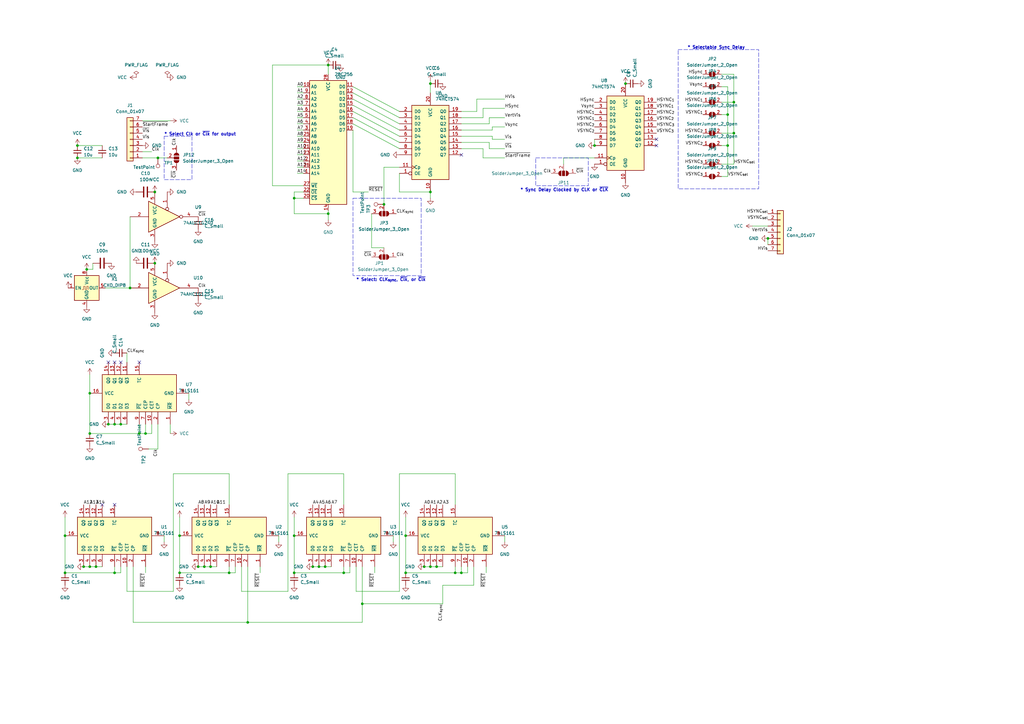
<source format=kicad_sch>
(kicad_sch (version 20230121) (generator eeschema)
  (paper "A3")
  (lib_symbols
    (symbol "74xGxx:74AHC1G125"
      (property "Reference" "U" (at -2.54 3.81 0))
      (property "Value" "74AHC1G125" (at 0 -3.81 0))
      (symbol "74AHC1G125_0_1"
        (polyline (pts (xy -7.62 6.35) (xy -7.62 -6.35) (xy 5.08 0) (xy -7.62 6.35)) (stroke (width 0.254)) (fill (type background)))
      )
      (symbol "74AHC1G125_1_1"
        (pin input inverted (at 0 10.16 270) (length 7.62) (name "~") (number "1"))
        (pin input line (at -15.24 0 0) (length 7.62) (name "~") (number "2"))
        (pin power_in line (at -5.08 -10.16 90) (length 5.08) (name "GND") (number "3"))
        (pin tri_state line (at 12.7 0 180) (length 7.62) (name "~") (number "4"))
        (pin power_in line (at -5.08 10.16 270) (length 5.08) (name "VCC") (number "5"))
      )
    )
    (symbol "74xGxx:74AUC1G240"
      (property "Reference" "U" (at -2.54 3.81 0))
      (property "Value" "74AUC1G240" (at 0 -3.81 0))
      (symbol "74AUC1G240_0_1"
        (polyline (pts (xy -7.62 6.35) (xy -7.62 -6.35) (xy 5.08 0) (xy -7.62 6.35)) (stroke (width 0.254)) (fill (type background)))
      )
      (symbol "74AUC1G240_1_1"
        (pin input inverted (at 0 10.16 270) (length 7.62) (name "~") (number "1"))
        (pin input line (at -15.24 0 0) (length 7.62) (name "~") (number "2"))
        (pin power_in line (at -5.08 -10.16 90) (length 5.08) (name "GND") (number "3"))
        (pin tri_state inverted (at 12.7 0 180) (length 7.62) (name "~") (number "4"))
        (pin power_in line (at -5.08 10.16 270) (length 5.08) (name "VCC") (number "5"))
      )
    )
    (symbol "74xx:74HCT574" (pin_names (offset 1.016))
      (property "Reference" "U" (at -7.62 16.51 0))
      (property "Value" "74HCT574" (at -7.62 -16.51 0))
      (symbol "74HCT574_1_0"
        (pin input inverted (at -12.7 -12.7 0) (length 5.08) (name "OE") (number "1"))
        (pin power_in line (at 0 -20.32 90) (length 5.08) (name "GND") (number "10"))
        (pin input clock (at -12.7 -10.16 0) (length 5.08) (name "Cp") (number "11"))
        (pin tri_state line (at 12.7 -5.08 180) (length 5.08) (name "Q7") (number "12"))
        (pin tri_state line (at 12.7 -2.54 180) (length 5.08) (name "Q6") (number "13"))
        (pin tri_state line (at 12.7 0 180) (length 5.08) (name "Q5") (number "14"))
        (pin tri_state line (at 12.7 2.54 180) (length 5.08) (name "Q4") (number "15"))
        (pin tri_state line (at 12.7 5.08 180) (length 5.08) (name "Q3") (number "16"))
        (pin tri_state line (at 12.7 7.62 180) (length 5.08) (name "Q2") (number "17"))
        (pin tri_state line (at 12.7 10.16 180) (length 5.08) (name "Q1") (number "18"))
        (pin tri_state line (at 12.7 12.7 180) (length 5.08) (name "Q0") (number "19"))
        (pin input line (at -12.7 12.7 0) (length 5.08) (name "D0") (number "2"))
        (pin power_in line (at 0 20.32 270) (length 5.08) (name "VCC") (number "20"))
        (pin input line (at -12.7 10.16 0) (length 5.08) (name "D1") (number "3"))
        (pin input line (at -12.7 7.62 0) (length 5.08) (name "D2") (number "4"))
        (pin input line (at -12.7 5.08 0) (length 5.08) (name "D3") (number "5"))
        (pin input line (at -12.7 2.54 0) (length 5.08) (name "D4") (number "6"))
        (pin input line (at -12.7 0 0) (length 5.08) (name "D5") (number "7"))
        (pin input line (at -12.7 -2.54 0) (length 5.08) (name "D6") (number "8"))
        (pin input line (at -12.7 -5.08 0) (length 5.08) (name "D7") (number "9"))
      )
      (symbol "74HCT574_1_1"
        (rectangle (start -7.62 15.24) (end 7.62 -15.24) (stroke (width 0.254)) (fill (type background)))
      )
    )
    (symbol "74xx:74LS161" (pin_names (offset 1.016))
      (property "Reference" "U" (at -7.62 16.51 0))
      (property "Value" "74LS161" (at -7.62 -16.51 0))
      (symbol "74LS161_1_0"
        (pin input line (at -12.7 -12.7 0) (length 5.08) (name "~{MR}") (number "1"))
        (pin input line (at -12.7 -5.08 0) (length 5.08) (name "CET") (number "10"))
        (pin output line (at 12.7 5.08 180) (length 5.08) (name "Q3") (number "11"))
        (pin output line (at 12.7 7.62 180) (length 5.08) (name "Q2") (number "12"))
        (pin output line (at 12.7 10.16 180) (length 5.08) (name "Q1") (number "13"))
        (pin output line (at 12.7 12.7 180) (length 5.08) (name "Q0") (number "14"))
        (pin output line (at 12.7 0 180) (length 5.08) (name "TC") (number "15"))
        (pin power_in line (at 0 20.32 270) (length 5.08) (name "VCC") (number "16"))
        (pin input line (at -12.7 -7.62 0) (length 5.08) (name "CP") (number "2"))
        (pin input line (at -12.7 12.7 0) (length 5.08) (name "D0") (number "3"))
        (pin input line (at -12.7 10.16 0) (length 5.08) (name "D1") (number "4"))
        (pin input line (at -12.7 7.62 0) (length 5.08) (name "D2") (number "5"))
        (pin input line (at -12.7 5.08 0) (length 5.08) (name "D3") (number "6"))
        (pin input line (at -12.7 -2.54 0) (length 5.08) (name "CEP") (number "7"))
        (pin power_in line (at 0 -20.32 90) (length 5.08) (name "GND") (number "8"))
        (pin input line (at -12.7 0 0) (length 5.08) (name "~{PE}") (number "9"))
      )
      (symbol "74LS161_1_1"
        (rectangle (start -7.62 15.24) (end 7.62 -15.24) (stroke (width 0.254)) (fill (type background)))
      )
    )
    (symbol "Connector:TestPoint" (pin_numbers hide) (pin_names (offset 0.762) hide)
      (property "Reference" "TP" (at 0 6.858 0))
      (property "Value" "TestPoint" (at 0 5.08 0))
      (symbol "TestPoint_0_1"
        (circle (center 0 3.302) (radius 0.762))
      )
      (symbol "TestPoint_1_1"
        (pin passive line (at 0 0 90) (length 2.54) (name "1") (number "1"))
      )
    )
    (symbol "Connector_Generic:Conn_01x07" (pin_names (offset 1.016) hide)
      (property "Reference" "J" (at 0 10.16 0))
      (property "Value" "Conn_01x07" (at 0 -10.16 0))
      (symbol "Conn_01x07_1_1"
        (rectangle (start -1.27 -7.493) (end 0 -7.747) (stroke (width 0.1524)))
        (rectangle (start -1.27 -4.953) (end 0 -5.207) (stroke (width 0.1524)))
        (rectangle (start -1.27 -2.413) (end 0 -2.667) (stroke (width 0.1524)))
        (rectangle (start -1.27 0.127) (end 0 -0.127) (stroke (width 0.1524)))
        (rectangle (start -1.27 2.667) (end 0 2.413) (stroke (width 0.1524)))
        (rectangle (start -1.27 5.207) (end 0 4.953) (stroke (width 0.1524)))
        (rectangle (start -1.27 7.747) (end 0 7.493) (stroke (width 0.1524)))
        (rectangle (start -1.27 8.89) (end 1.27 -8.89) (stroke (width 0.254)) (fill (type background)))
        (pin passive line (at -5.08 7.62 0) (length 3.81) (name "Pin_1") (number "1"))
        (pin passive line (at -5.08 5.08 0) (length 3.81) (name "Pin_2") (number "2"))
        (pin passive line (at -5.08 2.54 0) (length 3.81) (name "Pin_3") (number "3"))
        (pin passive line (at -5.08 0 0) (length 3.81) (name "Pin_4") (number "4"))
        (pin passive line (at -5.08 -2.54 0) (length 3.81) (name "Pin_5") (number "5"))
        (pin passive line (at -5.08 -5.08 0) (length 3.81) (name "Pin_6") (number "6"))
        (pin passive line (at -5.08 -7.62 0) (length 3.81) (name "Pin_7") (number "7"))
      )
    )
    (symbol "Device:C" (pin_numbers hide) (pin_names (offset 0.254))
      (property "Reference" "C" (at 0.635 2.54 0))
      (property "Value" "C" (at 0.635 -2.54 0))
      (symbol "C_0_1"
        (polyline (pts (xy -2.032 -0.762) (xy 2.032 -0.762)) (stroke (width 0.508)))
        (polyline (pts (xy -2.032 0.762) (xy 2.032 0.762)) (stroke (width 0.508)))
      )
      (symbol "C_1_1"
        (pin passive line (at 0 3.81 270) (length 2.794) (name "~") (number "1"))
        (pin passive line (at 0 -3.81 90) (length 2.794) (name "~") (number "2"))
      )
    )
    (symbol "Device:C_Small" (pin_numbers hide) (pin_names (offset 0.254) hide)
      (property "Reference" "C" (at 0.254 1.778 0))
      (property "Value" "C_Small" (at 0.254 -2.032 0))
      (symbol "C_Small_0_1"
        (polyline (pts (xy -1.524 -0.508) (xy 1.524 -0.508)) (stroke (width 0.3302)))
        (polyline (pts (xy -1.524 0.508) (xy 1.524 0.508)) (stroke (width 0.3048)))
      )
      (symbol "C_Small_1_1"
        (pin passive line (at 0 2.54 270) (length 2.032) (name "~") (number "1"))
        (pin passive line (at 0 -2.54 90) (length 2.032) (name "~") (number "2"))
      )
    )
    (symbol "Jumper:SolderJumper_2_Open" (pin_names (offset 0) hide)
      (property "Reference" "JP" (at 0 2.032 0))
      (property "Value" "SolderJumper_2_Open" (at 0 -2.54 0))
      (symbol "SolderJumper_2_Open_0_1"
        (arc (start -0.254 1.016) (mid -1.2656 0) (end -0.254 -1.016))
        (arc (start -0.254 1.016) (mid -1.2656 0) (end -0.254 -1.016) (fill (type outline)))
        (polyline (pts (xy -0.254 1.016) (xy -0.254 -1.016)))
        (polyline (pts (xy 0.254 1.016) (xy 0.254 -1.016)))
        (arc (start 0.254 -1.016) (mid 1.2656 0) (end 0.254 1.016))
        (arc (start 0.254 -1.016) (mid 1.2656 0) (end 0.254 1.016) (fill (type outline)))
      )
      (symbol "SolderJumper_2_Open_1_1"
        (pin passive line (at -3.81 0 0) (length 2.54) (name "A") (number "1"))
        (pin passive line (at 3.81 0 180) (length 2.54) (name "B") (number "2"))
      )
    )
    (symbol "Jumper:SolderJumper_3_Open" (pin_names (offset 0) hide)
      (property "Reference" "JP" (at -2.54 -2.54 0))
      (property "Value" "SolderJumper_3_Open" (at 0 2.794 0))
      (symbol "SolderJumper_3_Open_0_1"
        (arc (start -1.016 1.016) (mid -2.0276 0) (end -1.016 -1.016))
        (arc (start -1.016 1.016) (mid -2.0276 0) (end -1.016 -1.016) (fill (type outline)))
        (rectangle (start -0.508 1.016) (end 0.508 -1.016) (fill (type outline)))
        (polyline (pts (xy -2.54 0) (xy -2.032 0)))
        (polyline (pts (xy -1.016 1.016) (xy -1.016 -1.016)))
        (polyline (pts (xy 0 -1.27) (xy 0 -1.016)))
        (polyline (pts (xy 1.016 1.016) (xy 1.016 -1.016)))
        (polyline (pts (xy 2.54 0) (xy 2.032 0)))
        (arc (start 1.016 -1.016) (mid 2.0276 0) (end 1.016 1.016))
        (arc (start 1.016 -1.016) (mid 2.0276 0) (end 1.016 1.016) (fill (type outline)))
      )
      (symbol "SolderJumper_3_Open_1_1"
        (pin passive line (at -5.08 0 0) (length 2.54) (name "A") (number "1"))
        (pin passive line (at 0 -3.81 90) (length 2.54) (name "C") (number "2"))
        (pin passive line (at 5.08 0 180) (length 2.54) (name "B") (number "3"))
      )
    )
    (symbol "Memory_EEPROM:28C256"
      (property "Reference" "U" (at -7.62 26.67 0))
      (property "Value" "28C256" (at 2.54 -26.67 0))
      (symbol "28C256_1_1"
        (rectangle (start -7.62 25.4) (end 7.62 -25.4) (stroke (width 0.254)) (fill (type background)))
        (pin input line (at -10.16 -12.7 0) (length 2.54) (name "A14") (number "1"))
        (pin input line (at -10.16 22.86 0) (length 2.54) (name "A0") (number "10"))
        (pin tri_state line (at 10.16 22.86 180) (length 2.54) (name "D0") (number "11"))
        (pin tri_state line (at 10.16 20.32 180) (length 2.54) (name "D1") (number "12"))
        (pin tri_state line (at 10.16 17.78 180) (length 2.54) (name "D2") (number "13"))
        (pin power_in line (at 0 -27.94 90) (length 2.54) (name "GND") (number "14"))
        (pin tri_state line (at 10.16 15.24 180) (length 2.54) (name "D3") (number "15"))
        (pin tri_state line (at 10.16 12.7 180) (length 2.54) (name "D4") (number "16"))
        (pin tri_state line (at 10.16 10.16 180) (length 2.54) (name "D5") (number "17"))
        (pin tri_state line (at 10.16 7.62 180) (length 2.54) (name "D6") (number "18"))
        (pin tri_state line (at 10.16 5.08 180) (length 2.54) (name "D7") (number "19"))
        (pin input line (at -10.16 -7.62 0) (length 2.54) (name "A12") (number "2"))
        (pin input line (at -10.16 -22.86 0) (length 2.54) (name "~{CS}") (number "20"))
        (pin input line (at -10.16 -2.54 0) (length 2.54) (name "A10") (number "21"))
        (pin input line (at -10.16 -20.32 0) (length 2.54) (name "~{OE}") (number "22"))
        (pin input line (at -10.16 -5.08 0) (length 2.54) (name "A11") (number "23"))
        (pin input line (at -10.16 0 0) (length 2.54) (name "A9") (number "24"))
        (pin input line (at -10.16 2.54 0) (length 2.54) (name "A8") (number "25"))
        (pin input line (at -10.16 -10.16 0) (length 2.54) (name "A13") (number "26"))
        (pin input line (at -10.16 -17.78 0) (length 2.54) (name "~{WE}") (number "27"))
        (pin power_in line (at 0 27.94 270) (length 2.54) (name "VCC") (number "28"))
        (pin input line (at -10.16 5.08 0) (length 2.54) (name "A7") (number "3"))
        (pin input line (at -10.16 7.62 0) (length 2.54) (name "A6") (number "4"))
        (pin input line (at -10.16 10.16 0) (length 2.54) (name "A5") (number "5"))
        (pin input line (at -10.16 12.7 0) (length 2.54) (name "A4") (number "6"))
        (pin input line (at -10.16 15.24 0) (length 2.54) (name "A3") (number "7"))
        (pin input line (at -10.16 17.78 0) (length 2.54) (name "A2") (number "8"))
        (pin input line (at -10.16 20.32 0) (length 2.54) (name "A1") (number "9"))
      )
    )
    (symbol "Oscillator:CXO_DIP8" (pin_names (offset 0.254))
      (property "Reference" "X" (at -5.08 6.35 0))
      (property "Value" "CXO_DIP8" (at 1.27 -6.35 0))
      (symbol "CXO_DIP8_0_1"
        (rectangle (start -5.08 5.08) (end 5.08 -5.08) (stroke (width 0.254)) (fill (type background)))
        (polyline (pts (xy -1.905 -0.635) (xy -1.27 -0.635) (xy -1.27 0.635) (xy -0.635 0.635) (xy -0.635 -0.635) (xy 0 -0.635) (xy 0 0.635) (xy 0.635 0.635) (xy 0.635 -0.635)))
      )
      (symbol "CXO_DIP8_1_1"
        (pin input line (at -7.62 0 0) (length 2.54) (name "EN") (number "1"))
        (pin power_in line (at 0 -7.62 90) (length 2.54) (name "GND") (number "4"))
        (pin output line (at 7.62 0 180) (length 2.54) (name "OUT") (number "5"))
        (pin power_in line (at 0 7.62 270) (length 2.54) (name "Vcc") (number "8"))
      )
    )
    (symbol "power:GND" (power) (pin_names (offset 0))
      (property "Value" "GND" (at 0 -3.81 0))
      (symbol "GND_0_1"
        (polyline (pts (xy 0 0) (xy 0 -1.27) (xy 1.27 -1.27) (xy 0 -2.54) (xy -1.27 -1.27) (xy 0 -1.27)))
      )
      (symbol "GND_1_1"
        (pin power_in line (at 0 0 270) (length 0) hide (name "GND") (number "1"))
      )
    )
    (symbol "power:PWR_FLAG" (power) (pin_numbers hide) (pin_names (offset 0) hide)
      (property "Value" "PWR_FLAG" (at 0 3.81 0))
      (symbol "PWR_FLAG_0_0"
        (pin power_out line (at 0 0 90) (length 0) (name "pwr") (number "1"))
      )
      (symbol "PWR_FLAG_0_1"
        (polyline (pts (xy 0 0) (xy 0 1.27) (xy -1.016 1.905) (xy 0 2.54) (xy 1.016 1.905) (xy 0 1.27)))
      )
    )
    (symbol "power:VCC" (power) (pin_names (offset 0))
      (property "Value" "VCC" (at 0 3.81 0))
      (symbol "VCC_0_1"
        (polyline (pts (xy -0.762 1.27) (xy 0 2.54)))
        (polyline (pts (xy 0 0) (xy 0 2.54)))
        (polyline (pts (xy 0 2.54) (xy 0.762 1.27)))
      )
      (symbol "VCC_1_1"
        (pin power_in line (at 0 0 90) (length 0) hide (name "VCC") (number "1"))
      )
    )
  )
  (junction (at 134.62 26.67))
  (junction (at 26.67 234.95))
  (junction (at 314.96 97.79))
  (junction (at 36.83 232.41))
  (junction (at 128.27 232.41))
  (junction (at 140.97 234.95))
  (junction (at 189.23 234.95))
  (junction (at 34.29 232.41))
  (junction (at 31.75 64.77))
  (junction (at 120.65 81.28))
  (junction (at 83.82 232.41))
  (junction (at 53.34 118.11))
  (junction (at 49.53 173.99))
  (junction (at 35.56 110.49))
  (junction (at 73.66 234.95))
  (junction (at 179.07 232.41))
  (junction (at 166.37 219.71))
  (junction (at 300.99 41.91))
  (junction (at 300.99 54.61))
  (junction (at 186.69 234.95))
  (junction (at 176.53 34.29))
  (junction (at 120.65 234.95))
  (junction (at 256.54 34.29))
  (junction (at 86.36 232.41))
  (junction (at 59.69 177.8))
  (junction (at 133.35 232.41))
  (junction (at 46.99 234.95))
  (junction (at 148.59 247.65))
  (junction (at 63.5 107.95))
  (junction (at 101.6 255.27))
  (junction (at 73.66 219.71))
  (junction (at 298.45 46.99))
  (junction (at 120.65 219.71))
  (junction (at 26.67 219.71))
  (junction (at 64.77 64.77))
  (junction (at 93.98 234.95))
  (junction (at 39.37 232.41))
  (junction (at 243.84 59.69))
  (junction (at 130.81 232.41))
  (junction (at 173.99 232.41))
  (junction (at 31.75 59.69))
  (junction (at 298.45 59.69))
  (junction (at 176.53 232.41))
  (junction (at 46.99 173.99))
  (junction (at 176.53 78.74))
  (junction (at 44.45 173.99))
  (junction (at 36.83 161.29))
  (junction (at 36.83 177.8))
  (junction (at 63.5 78.74))
  (junction (at 81.28 232.41))
  (junction (at 134.62 87.63))
  (junction (at 157.48 83.82))
  (junction (at 57.15 177.8))
  (junction (at 166.37 234.95))
  (no_connect (at 49.53 148.59))
  (no_connect (at 46.99 207.01))
  (no_connect (at 44.45 148.59))
  (no_connect (at 269.24 57.15))
  (no_connect (at 57.15 148.59))
  (no_connect (at 41.91 207.01))
  (no_connect (at 269.24 59.69))
  (no_connect (at 46.99 148.59))
  (no_connect (at 189.23 63.5))
  (wire (pts (xy 163.83 194.31) (xy 163.83 242.57)))
  (wire (pts (xy 86.36 232.41) (xy 88.9 232.41)))
  (wire (pts (xy 191.77 232.41) (xy 191.77 234.95)))
  (wire (pts (xy 77.47 161.29) (xy 77.47 163.83)))
  (wire (pts (xy 300.99 30.48) (xy 295.91 30.48)))
  (wire (pts (xy 173.99 232.41) (xy 176.53 232.41)))
  (wire (pts (xy 120.65 81.28) (xy 120.65 87.63)))
  (wire (pts (xy 189.23 55.88) (xy 201.93 55.88)))
  (wire (pts (xy 53.34 88.9) (xy 53.34 118.11)))
  (wire (pts (xy 46.99 234.95) (xy 49.53 234.95)))
  (wire (pts (xy 201.93 55.88) (xy 201.93 57.15)))
  (wire (pts (xy 181.61 247.65) (xy 181.61 240.03)))
  (wire (pts (xy 121.92 60.96) (xy 124.46 60.96)))
  (wire (pts (xy 73.66 234.95) (xy 93.98 234.95)))
  (wire (pts (xy 143.51 234.95) (xy 143.51 232.41)))
  (wire (pts (xy 133.35 232.41) (xy 135.89 232.41)))
  (wire (pts (xy 101.6 232.41) (xy 101.6 255.27)))
  (wire (pts (xy 31.75 59.69) (xy 41.91 59.69)))
  (wire (pts (xy 298.45 46.99) (xy 298.45 35.56)))
  (wire (pts (xy 49.53 173.99) (xy 52.07 173.99)))
  (wire (pts (xy 121.92 53.34) (xy 124.46 53.34)))
  (wire (pts (xy 59.69 173.99) (xy 59.69 177.8)))
  (wire (pts (xy 140.97 232.41) (xy 140.97 234.95)))
  (wire (pts (xy 201.93 57.15) (xy 207.01 57.15)))
  (wire (pts (xy 161.29 219.71) (xy 161.29 222.25)))
  (wire (pts (xy 121.92 38.1) (xy 124.46 38.1)))
  (wire (pts (xy 148.59 247.65) (xy 181.61 247.65)))
  (wire (pts (xy 146.05 242.57) (xy 146.05 232.41)))
  (wire (pts (xy 186.69 234.95) (xy 189.23 234.95)))
  (wire (pts (xy 121.92 58.42) (xy 124.46 58.42)))
  (wire (pts (xy 198.12 64.77) (xy 207.01 64.77)))
  (wire (pts (xy 26.67 219.71) (xy 26.67 234.95)))
  (wire (pts (xy 298.45 59.69) (xy 298.45 46.99)))
  (wire (pts (xy 189.23 53.34) (xy 201.93 53.34)))
  (wire (pts (xy 153.67 232.41) (xy 153.67 234.95)))
  (wire (pts (xy 26.67 234.95) (xy 46.99 234.95)))
  (wire (pts (xy 176.53 232.41) (xy 179.07 232.41)))
  (wire (pts (xy 148.59 247.65) (xy 148.59 255.27)))
  (wire (pts (xy 298.45 72.39) (xy 298.45 59.69)))
  (wire (pts (xy 36.83 232.41) (xy 39.37 232.41)))
  (wire (pts (xy 243.84 57.15) (xy 243.84 59.69)))
  (wire (pts (xy 157.48 101.6) (xy 152.4 101.6)))
  (wire (pts (xy 121.92 35.56) (xy 124.46 35.56)))
  (wire (pts (xy 36.83 161.29) (xy 36.83 177.8)))
  (wire (pts (xy 199.39 232.41) (xy 199.39 234.95)))
  (wire (pts (xy 124.46 76.2) (xy 111.76 76.2)))
  (wire (pts (xy 198.12 60.96) (xy 198.12 64.77)))
  (wire (pts (xy 186.69 232.41) (xy 186.69 234.95)))
  (wire (pts (xy 93.98 194.31) (xy 71.12 194.31)))
  (wire (pts (xy 176.53 78.74) (xy 176.53 81.28)))
  (wire (pts (xy 181.61 240.03) (xy 194.31 240.03)))
  (wire (pts (xy 314.96 97.79) (xy 314.96 100.33)))
  (wire (pts (xy 295.91 41.91) (xy 300.99 41.91)))
  (wire (pts (xy 144.78 35.56) (xy 163.83 45.72)))
  (wire (pts (xy 298.45 35.56) (xy 295.91 35.56)))
  (wire (pts (xy 118.11 242.57) (xy 99.06 242.57)))
  (wire (pts (xy 295.91 46.99) (xy 298.45 46.99)))
  (wire (pts (xy 59.69 232.41) (xy 59.69 234.95)))
  (wire (pts (xy 300.99 41.91) (xy 300.99 30.48)))
  (wire (pts (xy 111.76 76.2) (xy 111.76 26.67)))
  (wire (pts (xy 58.42 64.77) (xy 64.77 64.77)))
  (wire (pts (xy 189.23 234.95) (xy 189.23 232.41)))
  (wire (pts (xy 295.91 72.39) (xy 298.45 72.39)))
  (wire (pts (xy 166.37 219.71) (xy 166.37 234.95)))
  (wire (pts (xy 52.07 144.78) (xy 52.07 148.59)))
  (wire (pts (xy 144.78 53.34) (xy 144.78 78.74)))
  (wire (pts (xy 120.65 219.71) (xy 120.65 234.95)))
  (wire (pts (xy 93.98 234.95) (xy 96.52 234.95)))
  (wire (pts (xy 73.66 219.71) (xy 73.66 234.95)))
  (wire (pts (xy 300.99 54.61) (xy 300.99 41.91)))
  (wire (pts (xy 189.23 45.72) (xy 195.58 45.72)))
  (wire (pts (xy 118.11 194.31) (xy 118.11 242.57)))
  (wire (pts (xy 201.93 52.07) (xy 207.01 52.07)))
  (wire (pts (xy 121.92 66.04) (xy 124.46 66.04)))
  (wire (pts (xy 64.77 64.77) (xy 68.58 64.77)))
  (wire (pts (xy 36.83 153.67) (xy 36.83 161.29)))
  (wire (pts (xy 96.52 234.95) (xy 96.52 232.41)))
  (wire (pts (xy 166.37 212.09) (xy 166.37 219.71)))
  (wire (pts (xy 73.66 212.09) (xy 73.66 219.71)))
  (wire (pts (xy 38.1 110.49) (xy 35.56 110.49)))
  (wire (pts (xy 207.01 219.71) (xy 207.01 222.25)))
  (wire (pts (xy 194.31 240.03) (xy 194.31 232.41)))
  (wire (pts (xy 38.1 107.95) (xy 38.1 110.49)))
  (wire (pts (xy 67.31 219.71) (xy 67.31 222.25)))
  (wire (pts (xy 308.61 92.71) (xy 314.96 92.71)))
  (wire (pts (xy 134.62 86.36) (xy 134.62 87.63)))
  (wire (pts (xy 198.12 44.45) (xy 207.01 44.45)))
  (wire (pts (xy 43.18 118.11) (xy 53.34 118.11)))
  (wire (pts (xy 166.37 234.95) (xy 186.69 234.95)))
  (wire (pts (xy 93.98 232.41) (xy 93.98 234.95)))
  (wire (pts (xy 295.91 67.31) (xy 300.99 67.31)))
  (wire (pts (xy 121.92 43.18) (xy 124.46 43.18)))
  (wire (pts (xy 200.66 60.96) (xy 207.01 60.96)))
  (wire (pts (xy 144.78 43.18) (xy 163.83 53.34)))
  (wire (pts (xy 295.91 54.61) (xy 300.99 54.61)))
  (wire (pts (xy 71.12 194.31) (xy 71.12 242.57)))
  (wire (pts (xy 189.23 48.26) (xy 198.12 48.26)))
  (wire (pts (xy 111.76 26.67) (xy 134.62 26.67)))
  (wire (pts (xy 144.78 40.64) (xy 163.83 50.8)))
  (wire (pts (xy 31.75 64.77) (xy 41.91 64.77)))
  (wire (pts (xy 121.92 55.88) (xy 124.46 55.88)))
  (wire (pts (xy 200.66 50.8) (xy 200.66 48.26)))
  (wire (pts (xy 134.62 87.63) (xy 134.62 90.17)))
  (wire (pts (xy 179.07 232.41) (xy 181.61 232.41)))
  (wire (pts (xy 148.59 255.27) (xy 101.6 255.27)))
  (wire (pts (xy 144.78 78.74) (xy 151.13 78.74)))
  (wire (pts (xy 152.4 101.6) (xy 152.4 87.63)))
  (wire (pts (xy 195.58 40.64) (xy 207.01 40.64)))
  (wire (pts (xy 134.62 26.67) (xy 134.62 30.48)))
  (wire (pts (xy 144.78 48.26) (xy 163.83 58.42)))
  (wire (pts (xy 128.27 232.41) (xy 130.81 232.41)))
  (wire (pts (xy 120.65 81.28) (xy 124.46 81.28)))
  (wire (pts (xy 54.61 255.27) (xy 54.61 232.41)))
  (wire (pts (xy 121.92 40.64) (xy 124.46 40.64)))
  (wire (pts (xy 189.23 50.8) (xy 200.66 50.8)))
  (wire (pts (xy 59.69 177.8) (xy 62.23 177.8)))
  (wire (pts (xy 163.83 71.12) (xy 163.83 78.74)))
  (wire (pts (xy 231.14 67.31) (xy 231.14 64.77)))
  (wire (pts (xy 189.23 60.96) (xy 198.12 60.96)))
  (wire (pts (xy 140.97 194.31) (xy 118.11 194.31)))
  (wire (pts (xy 195.58 45.72) (xy 195.58 40.64)))
  (wire (pts (xy 64.77 184.15) (xy 64.77 173.99)))
  (wire (pts (xy 121.92 50.8) (xy 124.46 50.8)))
  (wire (pts (xy 200.66 48.26) (xy 207.01 48.26)))
  (wire (pts (xy 34.29 232.41) (xy 36.83 232.41)))
  (wire (pts (xy 93.98 207.01) (xy 93.98 194.31)))
  (wire (pts (xy 58.42 62.23) (xy 62.23 62.23)))
  (wire (pts (xy 49.53 234.95) (xy 49.53 232.41)))
  (wire (pts (xy 120.65 212.09) (xy 120.65 219.71)))
  (wire (pts (xy 295.91 59.69) (xy 298.45 59.69)))
  (wire (pts (xy 52.07 242.57) (xy 52.07 232.41)))
  (wire (pts (xy 121.92 71.12) (xy 124.46 71.12)))
  (wire (pts (xy 148.59 232.41) (xy 148.59 247.65)))
  (wire (pts (xy 176.53 77.47) (xy 176.53 78.74)))
  (wire (pts (xy 144.78 50.8) (xy 163.83 60.96)))
  (wire (pts (xy 186.69 207.01) (xy 186.69 194.31)))
  (wire (pts (xy 83.82 232.41) (xy 86.36 232.41)))
  (wire (pts (xy 46.99 232.41) (xy 46.99 234.95)))
  (wire (pts (xy 176.53 34.29) (xy 176.53 38.1)))
  (wire (pts (xy 300.99 67.31) (xy 300.99 54.61)))
  (wire (pts (xy 157.48 68.58) (xy 157.48 83.82)))
  (wire (pts (xy 201.93 53.34) (xy 201.93 52.07)))
  (wire (pts (xy 189.23 234.95) (xy 191.77 234.95)))
  (wire (pts (xy 144.78 45.72) (xy 163.83 55.88)))
  (wire (pts (xy 231.14 64.77) (xy 243.84 64.77)))
  (wire (pts (xy 120.65 234.95) (xy 140.97 234.95)))
  (wire (pts (xy 81.28 232.41) (xy 83.82 232.41)))
  (wire (pts (xy 106.68 232.41) (xy 106.68 234.95)))
  (wire (pts (xy 157.48 68.58) (xy 163.83 68.58)))
  (wire (pts (xy 163.83 78.74) (xy 176.53 78.74)))
  (wire (pts (xy 69.85 177.8) (xy 69.85 173.99)))
  (wire (pts (xy 140.97 234.95) (xy 143.51 234.95)))
  (wire (pts (xy 44.45 173.99) (xy 46.99 173.99)))
  (wire (pts (xy 62.23 173.99) (xy 62.23 177.8)))
  (wire (pts (xy 60.96 184.15) (xy 64.77 184.15)))
  (wire (pts (xy 163.83 242.57) (xy 146.05 242.57)))
  (wire (pts (xy 186.69 194.31) (xy 163.83 194.31)))
  (wire (pts (xy 58.42 49.53) (xy 69.85 49.53)))
  (wire (pts (xy 144.78 38.1) (xy 163.83 48.26)))
  (wire (pts (xy 176.53 33.02) (xy 176.53 34.29)))
  (wire (pts (xy 120.65 78.74) (xy 120.65 81.28)))
  (wire (pts (xy 71.12 242.57) (xy 52.07 242.57)))
  (wire (pts (xy 114.3 219.71) (xy 114.3 222.25)))
  (wire (pts (xy 121.92 45.72) (xy 124.46 45.72)))
  (wire (pts (xy 121.92 63.5) (xy 124.46 63.5)))
  (wire (pts (xy 26.67 212.09) (xy 26.67 219.71)))
  (wire (pts (xy 121.92 68.58) (xy 124.46 68.58)))
  (wire (pts (xy 124.46 78.74) (xy 120.65 78.74)))
  (wire (pts (xy 120.65 87.63) (xy 134.62 87.63)))
  (wire (pts (xy 198.12 48.26) (xy 198.12 44.45)))
  (wire (pts (xy 99.06 242.57) (xy 99.06 232.41)))
  (wire (pts (xy 57.15 173.99) (xy 57.15 177.8)))
  (wire (pts (xy 57.15 177.8) (xy 59.69 177.8)))
  (wire (pts (xy 36.83 177.8) (xy 57.15 177.8)))
  (wire (pts (xy 101.6 255.27) (xy 54.61 255.27)))
  (wire (pts (xy 200.66 58.42) (xy 200.66 60.96)))
  (wire (pts (xy 130.81 232.41) (xy 133.35 232.41)))
  (wire (pts (xy 46.99 173.99) (xy 49.53 173.99)))
  (wire (pts (xy 189.23 58.42) (xy 200.66 58.42)))
  (wire (pts (xy 39.37 232.41) (xy 41.91 232.41)))
  (wire (pts (xy 121.92 48.26) (xy 124.46 48.26)))
  (wire (pts (xy 140.97 207.01) (xy 140.97 194.31)))
  (rectangle (start 219.71 64.77) (end 241.3 76.2) (stroke (width 0) (type dash)))
  (rectangle (start 144.78 81.28) (end 172.72 113.03) (stroke (width 0) (type dash)))
  (rectangle (start 278.13 20.32) (end 311.15 77.47) (stroke (width 0) (type dash)))
  (rectangle (start 67.31 55.88) (end 78.74 73.66) (stroke (width 0) (type dash)))
  (text "* Sync Delay Clocked by CLK or ~{CLK}" (at 213.36 78.74 0) (effects (font (size 1.27 1.27) (thickness 0.254) bold) (justify left bottom)))
  (text "* Select Clk or ~{Clk} for output" (at 67.31 55.88 0) (effects (font (size 1.27 1.27) (thickness 0.254) bold) (justify left bottom)))
  (text "* Select: CLK_{sync}, ~{Clk}, or ~{Clk}" (at 146.05 115.57 0) (effects (font (size 1.27 1.27) (thickness 0.254) bold) (justify left bottom)))
  (text "* Selectable Sync Delay" (at 281.94 20.32 0) (effects (font (size 1.27 1.27) (thickness 0.254) bold) (justify left bottom)))
  (label "CLK_{sync}" (at 181.61 247.65 270))
  (label "HSYNC_{2}" (at 243.84 52.07 180))
  (label "A13" (at 121.92 68.58 0))
  (label "A9" (at 83.82 207.01 0))
  (label "A7" (at 135.89 207.01 0))
  (label "A5" (at 121.92 48.26 0))
  (label "VSYNC_{1}" (at 243.84 49.53 180))
  (label "HSync" (at 288.29 30.48 180))
  (label "A2" (at 179.07 207.01 0))
  (label "~{Vis}" (at 207.01 60.96 0))
  (label "HVis" (at 314.96 102.87 180))
  (label "VSYNC_{sel}" (at 298.45 72.39 0))
  (label "A5" (at 130.81 207.01 0))
  (label "VertVis" (at 207.01 48.26 0))
  (label "A10" (at 86.36 207.01 0))
  (label "HSYNC_{2}" (at 288.29 54.61 180))
  (label "~{RESET}" (at 153.67 234.95 270))
  (label "A4" (at 128.27 207.01 0))
  (label "~{RESET}" (at 199.39 234.95 270))
  (label "Vis" (at 207.01 57.15 0))
  (label "A8" (at 81.28 207.01 0))
  (label "Vsync" (at 207.01 52.07 0))
  (label "VSYNC_{sel}" (at 314.96 90.17 180))
  (label "HVis" (at 207.01 40.64 0))
  (label "A6" (at 121.92 50.8 0))
  (label "A3" (at 181.61 207.01 0))
  (label "~{Vis}" (at 58.42 54.61 0))
  (label "VertVis" (at 314.96 95.25 180))
  (label "Vsync" (at 288.29 35.56 180))
  (label "Clk" (at 81.28 118.11 0))
  (label "CLK_{sync}" (at 52.07 144.78 0))
  (label "CLK_{sync}" (at 162.56 87.63 0))
  (label "VSYNC_{3}" (at 288.29 72.39 180))
  (label "VSYNC_{3}" (at 269.24 54.61 0))
  (label "A6" (at 133.35 207.01 0))
  (label "~{RESET}" (at 59.69 234.95 270))
  (label "A4" (at 121.92 45.72 0))
  (label "A13" (at 36.83 207.01 0))
  (label "A11" (at 88.9 207.01 0))
  (label "~{StartFrame}" (at 207.01 64.77 0))
  (label "A7" (at 121.92 53.34 0))
  (label "~{StartFrame}" (at 58.42 52.07 0))
  (label "A2" (at 121.92 40.64 0))
  (label "HSync" (at 207.01 44.45 0))
  (label "HSYNC_{3}" (at 288.29 67.31 180))
  (label "A10" (at 121.92 60.96 0))
  (label "Clk" (at 62.23 62.23 0))
  (label "~{Clk}" (at 72.39 69.85 270))
  (label "A0" (at 173.99 207.01 0))
  (label "~{RESET}" (at 151.13 78.74 0))
  (label "HSYNC_{3}" (at 269.24 52.07 0))
  (label "A11" (at 121.92 63.5 0))
  (label "HSYNC_{2}" (at 269.24 46.99 0))
  (label "VSYNC_{2}" (at 269.24 49.53 0))
  (label "A12" (at 34.29 207.01 0))
  (label "HSYNC_{sel}" (at 300.99 67.31 0))
  (label "Vis" (at 58.42 57.15 0))
  (label "~{Clk}" (at 236.22 71.12 0))
  (label "~{RESET}" (at 106.68 234.95 270))
  (label "~{Clk}" (at 81.28 88.9 0))
  (label "HSYNC_{1}" (at 269.24 41.91 0))
  (label "A1" (at 176.53 207.01 0))
  (label "~{Clk}" (at 152.4 105.41 180))
  (label "Clk" (at 226.06 71.12 180))
  (label "A1" (at 121.92 38.1 0))
  (label "VSYNC_{1}" (at 269.24 44.45 0))
  (label "Vsync" (at 243.84 44.45 180))
  (label "Clk" (at 64.77 184.15 270))
  (label "A12" (at 121.92 66.04 0))
  (label "Clk" (at 72.39 59.69 90))
  (label "A9" (at 121.92 58.42 0))
  (label "VSYNC_{2}" (at 243.84 54.61 180))
  (label "VSYNC_{2}" (at 288.29 59.69 180))
  (label "A8" (at 121.92 55.88 0))
  (label "Clk" (at 162.56 105.41 0))
  (label "A0" (at 121.92 35.56 0))
  (label "HSYNC_{1}" (at 243.84 46.99 180))
  (label "HSync" (at 243.84 41.91 180))
  (label "A14" (at 39.37 207.01 0))
  (label "HSYNC_{sel}" (at 314.96 87.63 180))
  (label "VSYNC_{1}" (at 288.29 46.99 180))
  (label "A14" (at 121.92 71.12 0))
  (label "A3" (at 121.92 43.18 0))
  (label "HSYNC_{1}" (at 288.29 41.91 180))
  (symbol (lib_id "power:GND") (at 45.72 107.95 0) (unit 1)
    (property "Reference" "#PWR036" (effects hide))
    (property "Value" "GND" (at 45.72 113.03 0))
  )
  (symbol (lib_id "power:VCC") (at 176.53 33.02 0) (unit 1)
    (property "Reference" "#PWR020" (effects hide))
    (property "Value" "VCC" (at 176.53 27.94 0))
  )
  (symbol (lib_id "Connector:TestPoint") (at 60.96 184.15 90) (unit 1)
    (property "Reference" "TP2" (at 58.928 186.69 0) (effects (justify right)))
    (property "Value" "TestPoint" (at 57.15 173.99 0) (effects (justify right)))
    (property "Footprint" "TestPoint:TestPoint_THTPad_1.5x1.5mm_Drill0.7mm" (effects hide))
  )
  (symbol (lib_id "74xx:74LS161") (at 93.98 219.71 90) (unit 1)
    (property "Reference" "U2" (at 114.3 216.1286 90))
    (property "Value" "74LS161" (at 114.3 218.6686 90))
    (property "Footprint" "Package_SO:SOIC-16_3.9x9.9mm_P1.27mm" (effects hide))
    (property "Datasheet" "http://www.ti.com/lit/gpn/sn74LS161" (effects hide))
  )
  (symbol (lib_id "Device:C_Small") (at 73.66 237.49 0) (unit 1)
    (property "Reference" "C2" (at 76.2 236.2263 0) (effects (justify left)))
    (property "Value" "C_Small" (at 76.2 238.7663 0) (effects (justify left)))
    (property "Footprint" "Capacitor_SMD:C_0805_2012Metric_Pad1.18x1.45mm_HandSolder" (effects hide))
  )
  (symbol (lib_id "power:GND") (at 55.88 78.74 270) (unit 1)
    (property "Reference" "#PWR043" (effects hide))
    (property "Value" "GND" (at 52.07 78.74 90) (effects (justify right)))
  )
  (symbol (lib_id "power:GND") (at 161.29 222.25 0) (unit 1)
    (property "Reference" "#PWR015" (effects hide))
    (property "Value" "GND" (at 161.29 227.33 0))
  )
  (symbol (lib_id "Connector_Generic:Conn_01x07") (at 320.04 95.25 0) (unit 1)
    (property "Reference" "J2" (at 322.58 93.98 0) (effects (justify left)))
    (property "Value" "Conn_01x07" (at 322.58 96.52 0) (effects (justify left)))
    (property "Footprint" "Connector_PinHeader_2.54mm:PinHeader_1x07_P2.54mm_Vertical" (effects hide))
  )
  (symbol (lib_id "power:GND") (at 58.42 59.69 90) (unit 1)
    (property "Reference" "#PWR046" (effects hide))
    (property "Value" "GND" (at 62.23 59.69 90) (effects (justify right)))
  )
  (symbol (lib_id "power:GND") (at 46.99 144.78 270) (unit 1)
    (property "Reference" "#PWR053" (effects hide))
    (property "Value" "GND" (at 41.91 144.78 0))
  )
  (symbol (lib_id "Jumper:SolderJumper_2_Open") (at 292.1 72.39 0) (unit 1)
    (property "Reference" "JP10" (at 292.1 66.04 0))
    (property "Value" "SolderJumper_2_Open" (at 292.1 68.58 0))
    (property "Footprint" "Jumper:SolderJumper-2_P1.3mm_Open_RoundedPad1.0x1.5mm" (effects hide))
  )
  (symbol (lib_id "power:GND") (at 163.83 63.5 270) (unit 1)
    (property "Reference" "#PWR019" (effects hide))
    (property "Value" "GND" (at 160.02 63.5 90) (effects (justify right)))
  )
  (symbol (lib_id "power:VCC") (at 166.37 212.09 0) (unit 1)
    (property "Reference" "#PWR016" (effects hide))
    (property "Value" "VCC" (at 166.37 207.01 0))
  )
  (symbol (lib_id "power:GND") (at 139.7 26.67 0) (unit 1)
    (property "Reference" "#PWR014" (effects hide))
    (property "Value" "GND" (at 139.7 31.75 0))
  )
  (symbol (lib_id "power:GND") (at 31.75 64.77 0) (unit 1)
    (property "Reference" "#PWR051" (effects hide))
    (property "Value" "GND" (at 31.75 69.85 0))
  )
  (symbol (lib_id "power:VCC") (at 36.83 153.67 0) (unit 1)
    (property "Reference" "#PWR024" (effects hide))
    (property "Value" "VCC" (at 36.83 148.59 0))
  )
  (symbol (lib_id "power:GND") (at 243.84 67.31 0) (unit 1)
    (property "Reference" "#PWR028" (effects hide))
    (property "Value" "GND" (at 243.84 72.39 0))
  )
  (symbol (lib_id "Jumper:SolderJumper_2_Open") (at 292.1 41.91 0) (unit 1)
    (property "Reference" "JP5" (at 292.1 35.56 0))
    (property "Value" "SolderJumper_2_Open" (at 292.1 38.1 0))
    (property "Footprint" "Jumper:SolderJumper-2_P1.3mm_Open_RoundedPad1.0x1.5mm" (effects hide))
  )
  (symbol (lib_id "power:PWR_FLAG") (at 55.88 31.75 0) (unit 1)
    (property "Reference" "#FLG01" (effects hide))
    (property "Value" "PWR_FLAG" (at 55.88 26.67 0))
  )
  (symbol (lib_id "74xx:74LS161") (at 57.15 161.29 90) (unit 1)
    (property "Reference" "U7" (at 77.47 157.7086 90))
    (property "Value" "74LS161" (at 77.47 160.2486 90))
    (property "Footprint" "Package_SO:SOIC-16_3.9x9.9mm_P1.27mm" (effects hide))
    (property "Datasheet" "http://www.ti.com/lit/gpn/sn74LS161" (effects hide))
  )
  (symbol (lib_id "power:GND") (at 256.54 74.93 0) (unit 1)
    (property "Reference" "#PWR030" (effects hide))
    (property "Value" "GND" (at 256.54 80.01 0))
  )
  (symbol (lib_id "Device:C_Small") (at 26.67 237.49 0) (unit 1)
    (property "Reference" "C1" (at 29.21 236.2263 0) (effects (justify left)))
    (property "Value" "C_Small" (at 29.21 238.7663 0) (effects (justify left)))
    (property "Footprint" "Capacitor_SMD:C_0805_2012Metric_Pad1.18x1.45mm_HandSolder" (effects hide))
  )
  (symbol (lib_id "power:VCC") (at 27.94 118.11 0) (unit 1)
    (property "Reference" "#PWR033" (effects hide))
    (property "Value" "VCC" (at 27.94 113.03 0))
  )
  (symbol (lib_id "Device:C_Small") (at 36.83 180.34 0) (unit 1)
    (property "Reference" "C7" (at 39.37 179.0763 0) (effects (justify left)))
    (property "Value" "C_Small" (at 39.37 181.6163 0) (effects (justify left)))
    (property "Footprint" "Capacitor_SMD:C_0805_2012Metric_Pad1.18x1.45mm_HandSolder" (effects hide))
  )
  (symbol (lib_id "power:GND") (at 120.65 240.03 0) (unit 1)
    (property "Reference" "#PWR010" (effects hide))
    (property "Value" "GND" (at 120.65 245.11 0))
  )
  (symbol (lib_id "Device:C_Small") (at 137.16 26.67 90) (unit 1)
    (property "Reference" "C4" (at 137.1663 20.32 90))
    (property "Value" "C_Small" (at 137.1663 22.86 90))
    (property "Footprint" "Capacitor_SMD:C_0805_2012Metric_Pad1.18x1.45mm_HandSolder" (effects hide))
  )
  (symbol (lib_id "power:GND") (at 35.56 125.73 0) (unit 1)
    (property "Reference" "#PWR035" (effects hide))
    (property "Value" "GND" (at 35.56 130.81 0))
  )
  (symbol (lib_id "Device:C") (at 41.91 107.95 90) (unit 1)
    (property "Reference" "C9" (at 41.91 100.33 90))
    (property "Value" "100n" (at 41.91 102.87 90))
    (property "Footprint" "Capacitor_SMD:C_0805_2012Metric_Pad1.18x1.45mm_HandSolder" (effects hide))
  )
  (symbol (lib_id "Device:C_Small") (at 31.75 62.23 0) (unit 1)
    (property "Reference" "C12" (at 34.29 60.9663 0) (effects (justify left)))
    (property "Value" "10u" (at 34.29 63.5063 0) (effects (justify left)))
    (property "Footprint" "Capacitor_SMD:C_0805_2012Metric_Pad1.18x1.45mm_HandSolder" (effects hide))
  )
  (symbol (lib_id "power:GND") (at 181.61 34.29 0) (unit 1)
    (property "Reference" "#PWR022" (effects hide))
    (property "Value" "GND" (at 181.61 39.37 0))
  )
  (symbol (lib_id "power:GND") (at 44.45 173.99 270) (unit 1)
    (property "Reference" "#PWR026" (effects hide))
    (property "Value" "GND" (at 40.64 173.99 90) (effects (justify right)))
  )
  (symbol (lib_id "power:VCC") (at 73.66 212.09 0) (unit 1)
    (property "Reference" "#PWR05" (effects hide))
    (property "Value" "VCC" (at 73.66 207.01 0))
  )
  (symbol (lib_id "power:GND") (at 128.27 232.41 270) (unit 1)
    (property "Reference" "#PWR011" (effects hide))
    (property "Value" "GND" (at 124.46 232.41 90) (effects (justify right)))
  )
  (symbol (lib_id "power:VCC") (at 26.67 212.09 0) (unit 1)
    (property "Reference" "#PWR01" (effects hide))
    (property "Value" "VCC" (at 26.67 207.01 0))
  )
  (symbol (lib_id "power:GND") (at 261.62 34.29 90) (unit 1)
    (property "Reference" "#PWR031" (effects hide))
    (property "Value" "GND" (at 266.7 34.29 0))
  )
  (symbol (lib_id "power:GND") (at 63.5 128.27 0) (unit 1)
    (property "Reference" "#PWR037" (effects hide))
    (property "Value" "GND" (at 63.5 133.35 0))
  )
  (symbol (lib_id "Device:C_Small") (at 179.07 34.29 90) (unit 1)
    (property "Reference" "C6" (at 179.0763 27.94 90))
    (property "Value" "C_Small" (at 179.0763 30.48 90))
    (property "Footprint" "Capacitor_SMD:C_0805_2012Metric_Pad1.18x1.45mm_HandSolder" (effects hide))
  )
  (symbol (lib_id "power:GND") (at 26.67 240.03 0) (unit 1)
    (property "Reference" "#PWR02" (effects hide))
    (property "Value" "GND" (at 26.67 245.11 0))
  )
  (symbol (lib_id "power:GND") (at 173.99 232.41 270) (unit 1)
    (property "Reference" "#PWR018" (effects hide))
    (property "Value" "GND" (at 170.18 232.41 90) (effects (justify right)))
  )
  (symbol (lib_id "power:VCC") (at 63.5 78.74 0) (unit 1)
    (property "Reference" "#PWR039" (effects hide))
    (property "Value" "VCC" (at 63.5 73.66 0))
  )
  (symbol (lib_id "Device:C_Small") (at 41.91 62.23 0) (unit 1)
    (property "Reference" "C13" (at 44.45 60.9663 0) (effects (justify left)))
    (property "Value" "10u" (at 44.45 63.5063 0) (effects (justify left)))
    (property "Footprint" "Capacitor_SMD:C_0805_2012Metric_Pad1.18x1.45mm_HandSolder" (effects hide))
  )
  (symbol (lib_id "power:PWR_FLAG") (at 68.58 31.75 0) (unit 1)
    (property "Reference" "#FLG02" (effects hide))
    (property "Value" "PWR_FLAG" (at 68.58 26.67 0))
  )
  (symbol (lib_id "Connector:TestPoint") (at 157.48 83.82 90) (unit 1)
    (property "Reference" "TP3" (at 151.13 83.82 0) (effects (justify right)))
    (property "Value" "TestPoint" (at 148.59 78.74 0) (effects (justify right)))
    (property "Footprint" "TestPoint:TestPoint_THTPad_1.5x1.5mm_Drill0.7mm" (effects hide))
  )
  (symbol (lib_id "power:VCC") (at 308.61 92.71 90) (unit 1)
    (property "Reference" "#PWR047" (effects hide))
    (property "Value" "VCC" (at 304.8 92.71 90) (effects (justify left)))
  )
  (symbol (lib_id "Device:C_Small") (at 166.37 237.49 0) (unit 1)
    (property "Reference" "C5" (at 168.91 236.2263 0) (effects (justify left)))
    (property "Value" "C_Small" (at 168.91 238.7663 0) (effects (justify left)))
    (property "Footprint" "Capacitor_SMD:C_0805_2012Metric_Pad1.18x1.45mm_HandSolder" (effects hide))
  )
  (symbol (lib_id "power:GND") (at 134.62 90.17 0) (unit 1)
    (property "Reference" "#PWR013" (effects hide))
    (property "Value" "GND" (at 134.62 95.25 0))
  )
  (symbol (lib_id "power:GND") (at 67.31 222.25 0) (unit 1)
    (property "Reference" "#PWR04" (effects hide))
    (property "Value" "GND" (at 67.31 227.33 0))
  )
  (symbol (lib_id "power:VCC") (at 134.62 26.67 0) (unit 1)
    (property "Reference" "#PWR012" (effects hide))
    (property "Value" "VCC" (at 134.62 21.59 0))
  )
  (symbol (lib_id "power:GND") (at 55.88 107.95 180) (unit 1)
    (property "Reference" "#PWR044" (effects hide))
    (property "Value" "GND" (at 55.88 102.87 0))
  )
  (symbol (lib_id "Jumper:SolderJumper_3_Open") (at 157.48 87.63 180) (unit 1)
    (property "Reference" "JP3" (at 157.48 91.44 0))
    (property "Value" "SolderJumper_3_Open" (at 157.48 93.98 0))
    (property "Footprint" "Jumper:SolderJumper-3_P1.3mm_Open_RoundedPad1.0x1.5mm_NumberLabels" (effects hide))
  )
  (symbol (lib_id "power:VCC") (at 69.85 49.53 270) (unit 1)
    (property "Reference" "#PWR045" (effects hide))
    (property "Value" "VCC" (at 73.66 49.53 90) (effects (justify left)))
  )
  (symbol (lib_id "74xGxx:74AUC1G240") (at 68.58 88.9 0) (unit 1)
    (property "Reference" "U9" (at 81.28 84.9631 0))
    (property "Value" "74AUC1G240" (at 81.28 91.44 0))
    (property "Footprint" "Package_TO_SOT_SMD:SOT-353_SC-70-5_Handsoldering" (effects hide))
    (property "Datasheet" "http://www.ti.com/lit/sg/scyt129e/scyt129e.pdf" (effects hide))
  )
  (symbol (lib_id "power:VCC") (at 69.85 177.8 270) (unit 1)
    (property "Reference" "#PWR056" (effects hide))
    (property "Value" "VCC" (at 73.66 177.8 90) (effects (justify left)))
  )
  (symbol (lib_id "74xGxx:74AHC1G125") (at 68.58 118.11 0) (unit 1)
    (property "Reference" "U10" (at 81.28 113.9191 0))
    (property "Value" "74AHC1G125" (at 80.01 120.65 0))
    (property "Footprint" "Package_TO_SOT_SMD:SOT-353_SC-70-5_Handsoldering" (effects hide))
    (property "Datasheet" "http://www.ti.com/lit/sg/scyt129e/scyt129e.pdf" (effects hide))
  )
  (symbol (lib_id "Device:C_Small") (at 259.08 34.29 90) (unit 1)
    (property "Reference" "C8" (at 257.8163 31.75 0) (effects (justify left)))
    (property "Value" "C_Small" (at 260.3563 31.75 0) (effects (justify left)))
    (property "Footprint" "Capacitor_SMD:C_0805_2012Metric_Pad1.18x1.45mm_HandSolder" (effects hide))
  )
  (symbol (lib_id "power:GND") (at 73.66 240.03 0) (unit 1)
    (property "Reference" "#PWR06" (effects hide))
    (property "Value" "GND" (at 73.66 245.11 0))
  )
  (symbol (lib_id "power:GND") (at 81.28 93.98 0) (unit 1)
    (property "Reference" "#PWR055" (effects hide))
    (property "Value" "GND" (at 81.28 99.06 0))
  )
  (symbol (lib_id "74xx:74LS161") (at 46.99 219.71 90) (unit 1)
    (property "Reference" "U1" (at 67.31 216.1286 90))
    (property "Value" "74LS161" (at 67.31 218.6686 90))
    (property "Footprint" "Package_SO:SOIC-16_3.9x9.9mm_P1.27mm" (effects hide))
    (property "Datasheet" "http://www.ti.com/lit/gpn/sn74LS161" (effects hide))
  )
  (symbol (lib_id "Device:C") (at 59.69 107.95 90) (unit 1)
    (property "Reference" "C11" (at 59.69 100.33 90))
    (property "Value" "100n" (at 59.69 102.87 90))
    (property "Footprint" "Capacitor_SMD:C_0805_2012Metric_Pad1.18x1.45mm_HandSolder" (effects hide))
  )
  (symbol (lib_id "power:GND") (at 114.3 222.25 0) (unit 1)
    (property "Reference" "#PWR08" (effects hide))
    (property "Value" "GND" (at 114.3 227.33 0))
  )
  (symbol (lib_id "Jumper:SolderJumper_3_Open") (at 72.39 64.77 270) (unit 1)
    (property "Reference" "JP12" (at 74.93 63.5 90) (effects (justify left)))
    (property "Value" "SolderJumper_3_Open" (at 74.93 66.04 90) (effects (justify left)))
    (property "Footprint" "Jumper:SolderJumper-3_P1.3mm_Open_RoundedPad1.0x1.5mm_NumberLabels" (effects hide))
  )
  (symbol (lib_id "Device:C_Small") (at 49.53 144.78 270) (unit 1)
    (property "Reference" "C14" (at 49.53 138.43 0) (effects (justify left)))
    (property "Value" "C_Small" (at 46.99 137.16 0) (effects (justify left)))
    (property "Footprint" "Capacitor_SMD:C_0805_2012Metric_Pad1.18x1.45mm_HandSolder" (effects hide))
  )
  (symbol (lib_id "Memory_EEPROM:28C256") (at 134.62 58.42 0) (unit 1)
    (property "Reference" "U4" (at 138.43 27.94 0))
    (property "Value" "28C256" (at 140.97 30.48 0))
    (property "Footprint" "Package_DIP:DIP-28_W15.24mm_Socket" (effects hide))
    (property "Datasheet" "http://ww1.microchip.com/downloads/en/DeviceDoc/doc0006.pdf" (effects hide))
  )
  (symbol (lib_id "power:VCC") (at 256.54 34.29 0) (unit 1)
    (property "Reference" "#PWR029" (effects hide))
    (property "Value" "VCC" (at 256.54 29.21 0))
  )
  (symbol (lib_id "power:GND") (at 166.37 240.03 0) (unit 1)
    (property "Reference" "#PWR017" (effects hide))
    (property "Value" "GND" (at 166.37 245.11 0))
  )
  (symbol (lib_id "Jumper:SolderJumper_3_Open") (at 231.14 71.12 180) (unit 1)
    (property "Reference" "JP11" (at 231.14 74.93 0))
    (property "Value" "SolderJumper_3_Open" (at 212.09 71.12 0))
    (property "Footprint" "Jumper:SolderJumper-3_P1.3mm_Open_RoundedPad1.0x1.5mm_NumberLabels" (effects hide))
  )
  (symbol (lib_id "power:GND") (at 36.83 182.88 0) (unit 1)
    (property "Reference" "#PWR025" (effects hide))
    (property "Value" "GND" (at 36.83 187.96 0))
  )
  (symbol (lib_id "power:GND") (at 34.29 232.41 270) (unit 1)
    (property "Reference" "#PWR03" (effects hide))
    (property "Value" "GND" (at 30.48 232.41 90) (effects (justify right)))
  )
  (symbol (lib_id "Jumper:SolderJumper_2_Open") (at 292.1 67.31 0) (unit 1)
    (property "Reference" "JP9" (at 292.1 60.96 0))
    (property "Value" "SolderJumper_2_Open" (at 292.1 63.5 0))
    (property "Footprint" "Jumper:SolderJumper-2_P1.3mm_Open_RoundedPad1.0x1.5mm" (effects hide))
  )
  (symbol (lib_id "power:GND") (at 314.96 97.79 270) (unit 1)
    (property "Reference" "#PWR048" (effects hide))
    (property "Value" "GND" (at 311.15 97.79 90) (effects (justify right)))
  )
  (symbol (lib_id "74xx:74LS161") (at 186.69 219.71 90) (unit 1)
    (property "Reference" "U5" (at 207.01 216.1286 90))
    (property "Value" "74LS161" (at 207.01 218.6686 90))
    (property "Footprint" "Package_SO:SOIC-16_3.9x9.9mm_P1.27mm" (effects hide))
    (property "Datasheet" "http://www.ti.com/lit/gpn/sn74LS161" (effects hide))
  )
  (symbol (lib_id "power:GND") (at 63.5 99.06 0) (unit 1)
    (property "Reference" "#PWR038" (effects hide))
    (property "Value" "GND" (at 63.5 104.14 0))
  )
  (symbol (lib_id "power:VCC") (at 63.5 107.95 0) (unit 1)
    (property "Reference" "#PWR040" (effects hide))
    (property "Value" "VCC" (at 63.5 102.87 0))
  )
  (symbol (lib_id "power:GND") (at 68.58 78.74 90) (unit 1)
    (property "Reference" "#PWR042" (effects hide))
    (property "Value" "GND" (at 72.39 78.74 90) (effects (justify right)))
  )
  (symbol (lib_id "power:GND") (at 77.47 163.83 0) (unit 1)
    (property "Reference" "#PWR032" (effects hide))
    (property "Value" "GND" (at 77.47 168.91 0))
  )
  (symbol (lib_id "Device:C_Small") (at 81.28 91.44 0) (unit 1)
    (property "Reference" "C16" (at 83.82 90.1763 0) (effects (justify left)))
    (property "Value" "C_Small" (at 83.82 92.7163 0) (effects (justify left)))
    (property "Footprint" "Capacitor_SMD:C_0805_2012Metric_Pad1.18x1.45mm_HandSolder" (effects hide))
  )
  (symbol (lib_id "power:VCC") (at 55.88 31.75 90) (unit 1)
    (property "Reference" "#PWR050" (effects hide))
    (property "Value" "VCC" (at 52.07 31.75 90) (effects (justify left)))
  )
  (symbol (lib_id "Connector_Generic:Conn_01x07") (at 53.34 57.15 180) (unit 1)
    (property "Reference" "J1" (at 53.34 43.18 0))
    (property "Value" "Conn_01x07" (at 53.34 45.72 0))
    (property "Footprint" "Connector_PinHeader_2.54mm:PinHeader_1x07_P2.54mm_Vertical" (effects hide))
  )
  (symbol (lib_id "power:GND") (at 243.84 59.69 270) (unit 1)
    (property "Reference" "#PWR027" (effects hide))
    (property "Value" "GND" (at 240.03 59.69 90) (effects (justify right)))
  )
  (symbol (lib_id "74xx:74LS161") (at 140.97 219.71 90) (unit 1)
    (property "Reference" "U3" (at 161.29 216.1286 90))
    (property "Value" "74LS161" (at 161.29 218.6686 90))
    (property "Footprint" "Package_SO:SOIC-16_3.9x9.9mm_P1.27mm" (effects hide))
    (property "Datasheet" "http://www.ti.com/lit/gpn/sn74LS161" (effects hide))
  )
  (symbol (lib_id "power:GND") (at 81.28 123.19 0) (unit 1)
    (property "Reference" "#PWR054" (effects hide))
    (property "Value" "GND" (at 81.28 128.27 0))
  )
  (symbol (lib_id "Device:C_Small") (at 81.28 120.65 0) (unit 1)
    (property "Reference" "C15" (at 83.82 119.3863 0) (effects (justify left)))
    (property "Value" "C_Small" (at 83.82 121.9263 0) (effects (justify left)))
    (property "Footprint" "Capacitor_SMD:C_0805_2012Metric_Pad1.18x1.45mm_HandSolder" (effects hide))
  )
  (symbol (lib_id "Jumper:SolderJumper_3_Open") (at 157.48 105.41 180) (unit 1)
    (property "Reference" "JP1" (at 157.48 107.95 0) (effects (justify left)))
    (property "Value" "SolderJumper_3_Open" (at 167.64 110.49 0) (effects (justify left)))
    (property "Footprint" "Jumper:SolderJumper-3_P1.3mm_Open_RoundedPad1.0x1.5mm_NumberLabels" (effects hide))
  )
  (symbol (lib_id "Jumper:SolderJumper_2_Open") (at 292.1 54.61 0) (unit 1)
    (property "Reference" "JP7" (at 292.1 48.26 0))
    (property "Value" "SolderJumper_2_Open" (at 292.1 50.8 0))
    (property "Footprint" "Jumper:SolderJumper-2_P1.3mm_Open_RoundedPad1.0x1.5mm" (effects hide))
  )
  (symbol (lib_id "power:VCC") (at 120.65 212.09 0) (unit 1)
    (property "Reference" "#PWR09" (effects hide))
    (property "Value" "VCC" (at 120.65 207.01 0))
  )
  (symbol (lib_id "Device:C_Small") (at 120.65 237.49 0) (unit 1)
    (property "Reference" "C3" (at 123.19 236.2263 0) (effects (justify left)))
    (property "Value" "C_Small" (at 123.19 238.7663 0) (effects (justify left)))
    (property "Footprint" "Capacitor_SMD:C_0805_2012Metric_Pad1.18x1.45mm_HandSolder" (effects hide))
  )
  (symbol (lib_id "Jumper:SolderJumper_2_Open") (at 292.1 46.99 0) (unit 1)
    (property "Reference" "JP6" (at 292.1 40.64 0))
    (property "Value" "SolderJumper_2_Open" (at 292.1 43.18 0))
    (property "Footprint" "Jumper:SolderJumper-2_P1.3mm_Open_RoundedPad1.0x1.5mm" (effects hide))
  )
  (symbol (lib_id "Connector:TestPoint") (at 64.77 64.77 180) (unit 1)
    (property "Reference" "TP1" (at 67.31 66.802 0) (effects (justify right)))
    (property "Value" "TestPoint" (at 54.61 68.58 0) (effects (justify right)))
    (property "Footprint" "TestPoint:TestPoint_THTPad_1.5x1.5mm_Drill0.7mm" (effects hide))
  )
  (symbol (lib_id "power:VCC") (at 35.56 110.49 0) (unit 1)
    (property "Reference" "#PWR034" (effects hide))
    (property "Value" "VCC" (at 35.56 105.41 0))
  )
  (symbol (lib_id "74xx:74HCT574") (at 256.54 54.61 0) (unit 1)
    (property "Reference" "U8" (at 246.38 33.02 0) (effects (justify left)))
    (property "Value" "74HCT574" (at 242.57 35.56 0) (effects (justify left)))
    (property "Footprint" "Package_SO:SOIC-20W_7.5x12.8mm_P1.27mm" (effects hide))
    (property "Datasheet" "http://www.ti.com/lit/gpn/sn74HCT574" (effects hide))
  )
  (symbol (lib_id "power:GND") (at 68.58 31.75 90) (unit 1)
    (property "Reference" "#PWR049" (effects hide))
    (property "Value" "GND" (at 72.39 31.75 90) (effects (justify right)))
  )
  (symbol (lib_id "Jumper:SolderJumper_2_Open") (at 292.1 59.69 0) (unit 1)
    (property "Reference" "JP8" (at 292.1 53.34 0))
    (property "Value" "SolderJumper_2_Open" (at 292.1 55.88 0))
    (property "Footprint" "Jumper:SolderJumper-2_P1.3mm_Open_RoundedPad1.0x1.5mm" (effects hide))
  )
  (symbol (lib_id "power:GND") (at 68.58 107.95 90) (unit 1)
    (property "Reference" "#PWR041" (effects hide))
    (property "Value" "GND" (at 72.39 107.95 90) (effects (justify right)))
  )
  (symbol (lib_id "power:GND") (at 176.53 81.28 0) (unit 1)
    (property "Reference" "#PWR021" (effects hide))
    (property "Value" "GND" (at 176.53 86.36 0))
  )
  (symbol (lib_id "Jumper:SolderJumper_2_Open") (at 292.1 30.48 0) (unit 1)
    (property "Reference" "JP2" (at 292.1 24.13 0))
    (property "Value" "SolderJumper_2_Open" (at 292.1 26.67 0))
    (property "Footprint" "Jumper:SolderJumper-2_P1.3mm_Open_RoundedPad1.0x1.5mm" (effects hide))
  )
  (symbol (lib_id "power:GND") (at 207.01 222.25 0) (unit 1)
    (property "Reference" "#PWR023" (effects hide))
    (property "Value" "GND" (at 207.01 227.33 0))
  )
  (symbol (lib_id "power:VCC") (at 31.75 59.69 0) (unit 1)
    (property "Reference" "#PWR052" (effects hide))
    (property "Value" "VCC" (at 31.75 54.61 0))
  )
  (symbol (lib_id "Device:C") (at 59.69 78.74 90) (unit 1)
    (property "Reference" "C10" (at 59.69 71.12 90))
    (property "Value" "100n" (at 59.69 73.66 90))
    (property "Footprint" "Capacitor_SMD:C_0805_2012Metric_Pad1.18x1.45mm_HandSolder" (effects hide))
  )
  (symbol (lib_id "Oscillator:CXO_DIP8") (at 35.56 118.11 0) (unit 1)
    (property "Reference" "X1" (at 46.99 114.4621 0))
    (property "Value" "CXO_DIP8" (at 46.99 117.0021 0))
    (property "Footprint" "Package_DIP:DIP-8_W7.62mm_Socket" (effects hide))
    (property "Datasheet" "http://cdn-reichelt.de/documents/datenblatt/B400/OSZI.pdf" (effects hide))
  )
  (symbol (lib_id "74xx:74HCT574") (at 176.53 58.42 0) (unit 1)
    (property "Reference" "U6" (at 178.5494 38.1 0) (effects (justify left)))
    (property "Value" "74HCT574" (at 178.5494 40.64 0) (effects (justify left)))
    (property "Footprint" "Package_SO:SOIC-20W_7.5x12.8mm_P1.27mm" (effects hide))
    (property "Datasheet" "http://www.ti.com/lit/gpn/sn74HCT574" (effects hide))
  )
  (symbol (lib_id "Jumper:SolderJumper_2_Open") (at 292.1 35.56 0) (unit 1)
    (property "Reference" "JP4" (at 292.1 29.21 0))
    (property "Value" "SolderJumper_2_Open" (at 292.1 31.75 0))
    (property "Footprint" "Jumper:SolderJumper-2_P1.3mm_Open_RoundedPad1.0x1.5mm" (effects hide))
  )
  (symbol (lib_id "power:GND") (at 81.28 232.41 270) (unit 1)
    (property "Reference" "#PWR07" (effects hide))
    (property "Value" "GND" (at 77.47 232.41 90) (effects (justify right)))
  )
)
</source>
